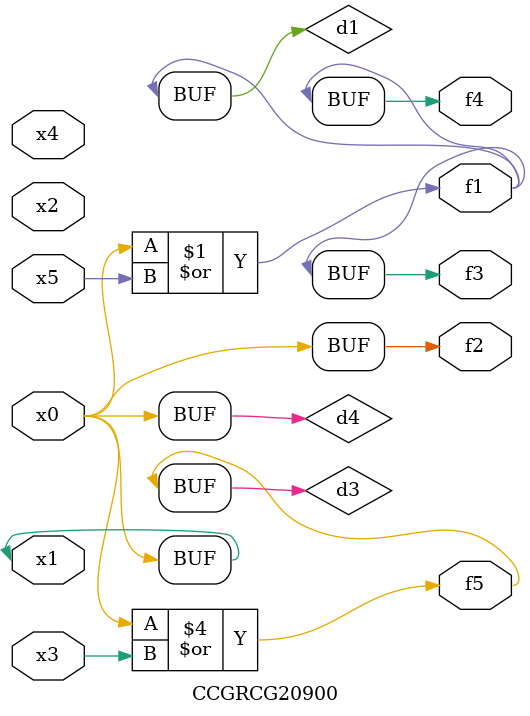
<source format=v>
module CCGRCG20900(
	input x0, x1, x2, x3, x4, x5,
	output f1, f2, f3, f4, f5
);

	wire d1, d2, d3, d4;

	or (d1, x0, x5);
	xnor (d2, x1, x4);
	or (d3, x0, x3);
	buf (d4, x0, x1);
	assign f1 = d1;
	assign f2 = d4;
	assign f3 = d1;
	assign f4 = d1;
	assign f5 = d3;
endmodule

</source>
